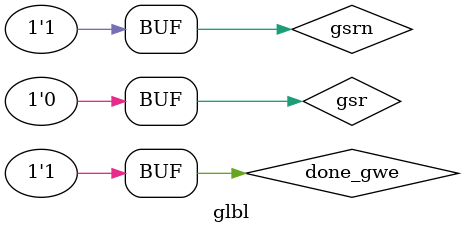
<source format=v>

`timescale 1ns / 1ps

module glbl();
reg done_gwe, gsr, gsrn;
initial
 begin
  done_gwe=0;
  gsr=1;
  gsrn=0;
#10;
  done_gwe=1;
  gsr=0;
  gsrn=1;
end
endmodule    

</source>
